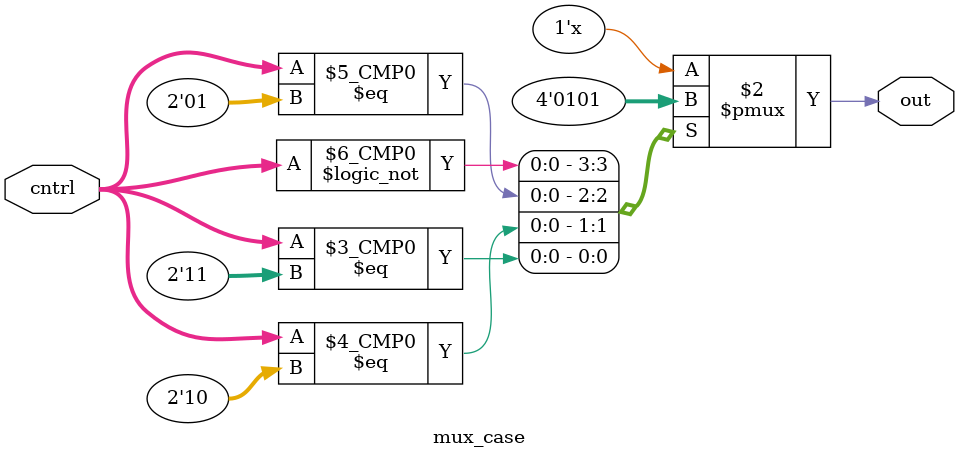
<source format=v>
module mux_case(out,cntrl);

	input [1:0]cntrl;

	output out;

	reg out;

 
always @ (*)

	case (cntrl)

		2'b00 : out = 0;
		2'b01 : out = 1;
		2'b10 : out = 0;
		2'b11 : out = 1;

	endcase


endmodule

</source>
